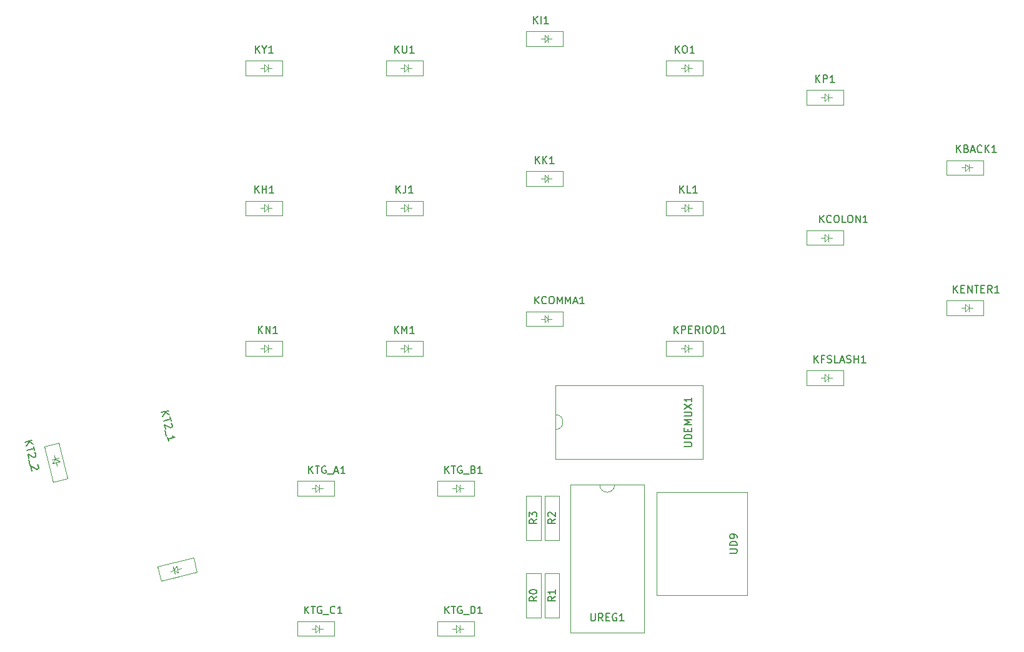
<source format=gbr>
%TF.GenerationSoftware,KiCad,Pcbnew,(5.1.10)-1*%
%TF.CreationDate,2021-06-29T07:08:46-05:00*%
%TF.ProjectId,Mini,4d696e69-2e6b-4696-9361-645f70636258,rev?*%
%TF.SameCoordinates,Original*%
%TF.FileFunction,Legend,Top*%
%TF.FilePolarity,Positive*%
%FSLAX46Y46*%
G04 Gerber Fmt 4.6, Leading zero omitted, Abs format (unit mm)*
G04 Created by KiCad (PCBNEW (5.1.10)-1) date 2021-06-29 07:08:46*
%MOMM*%
%LPD*%
G01*
G04 APERTURE LIST*
%ADD10C,0.120000*%
%ADD11C,0.150000*%
G04 APERTURE END LIST*
D10*
%TO.C,KT2_2*%
X72821141Y-74966998D02*
X72940408Y-75452565D01*
X72701874Y-74481431D02*
X72582607Y-73995864D01*
X73306708Y-74847731D02*
X72701874Y-74481431D01*
X72335574Y-75086265D02*
X73306708Y-74847731D01*
X72701874Y-74481431D02*
X72335574Y-75086265D01*
X73187441Y-74362164D02*
X72701874Y-74481431D01*
X72216307Y-74600698D02*
X73187441Y-74362164D01*
X71253673Y-72777696D02*
X72446340Y-77633367D01*
X72446340Y-77633367D02*
X74388609Y-77156300D01*
X74388609Y-77156300D02*
X73195941Y-72300629D01*
X73195941Y-72300629D02*
X71253673Y-72777696D01*
%TO.C,KT2_1*%
X89253970Y-89465883D02*
X89739537Y-89346616D01*
X88282836Y-89704416D02*
X88768403Y-89585149D01*
X89134703Y-88980315D02*
X88768403Y-89585149D01*
X89373237Y-89951450D02*
X89134703Y-88980315D01*
X88768403Y-89585149D02*
X89373237Y-89951450D01*
X88649136Y-89099582D02*
X88768403Y-89585149D01*
X88887670Y-90070716D02*
X88649136Y-89099582D01*
X89492504Y-90437017D02*
X88521369Y-90675550D01*
X91920339Y-89840683D02*
X87064668Y-91033350D01*
X91443272Y-87898415D02*
X91920339Y-89840683D01*
X86587601Y-89091082D02*
X91443272Y-87898415D01*
X87064668Y-91033350D02*
X86587601Y-89091082D01*
%TO.C,KBACK1*%
X196000000Y-35000000D02*
X195500000Y-35000000D01*
X196500000Y-35000000D02*
X197000000Y-35000000D01*
X196000000Y-35500000D02*
X196500000Y-35000000D01*
X196000000Y-34500000D02*
X196000000Y-35500000D01*
X196500000Y-35000000D02*
X196000000Y-34500000D01*
X196500000Y-35500000D02*
X196500000Y-35000000D01*
X196500000Y-34500000D02*
X196500000Y-35500000D01*
X193500000Y-34000000D02*
X193500000Y-36000000D01*
X193500000Y-36000000D02*
X198500000Y-36000000D01*
X198500000Y-36000000D02*
X198500000Y-34000000D01*
X198500000Y-34000000D02*
X193500000Y-34000000D01*
%TO.C,KCOMMA1*%
X139000000Y-55500000D02*
X138500000Y-55500000D01*
X139500000Y-55500000D02*
X140000000Y-55500000D01*
X139000000Y-56000000D02*
X139500000Y-55500000D01*
X139000000Y-55000000D02*
X139000000Y-56000000D01*
X139500000Y-55500000D02*
X139000000Y-55000000D01*
X139500000Y-56000000D02*
X139500000Y-55500000D01*
X139500000Y-55000000D02*
X139500000Y-56000000D01*
X136500000Y-54500000D02*
X136500000Y-56500000D01*
X136500000Y-56500000D02*
X141500000Y-56500000D01*
X141500000Y-56500000D02*
X141500000Y-54500000D01*
X141500000Y-54500000D02*
X136500000Y-54500000D01*
%TO.C,KENTER1*%
X196000000Y-54000000D02*
X195500000Y-54000000D01*
X196500000Y-54000000D02*
X197000000Y-54000000D01*
X196000000Y-54500000D02*
X196500000Y-54000000D01*
X196000000Y-53500000D02*
X196000000Y-54500000D01*
X196500000Y-54000000D02*
X196000000Y-53500000D01*
X196500000Y-54500000D02*
X196500000Y-54000000D01*
X196500000Y-53500000D02*
X196500000Y-54500000D01*
X193500000Y-53000000D02*
X193500000Y-55000000D01*
X193500000Y-55000000D02*
X198500000Y-55000000D01*
X198500000Y-55000000D02*
X198500000Y-53000000D01*
X198500000Y-53000000D02*
X193500000Y-53000000D01*
%TO.C,KFSLASH1*%
X177000000Y-63500000D02*
X176500000Y-63500000D01*
X177500000Y-63500000D02*
X178000000Y-63500000D01*
X177000000Y-64000000D02*
X177500000Y-63500000D01*
X177000000Y-63000000D02*
X177000000Y-64000000D01*
X177500000Y-63500000D02*
X177000000Y-63000000D01*
X177500000Y-64000000D02*
X177500000Y-63500000D01*
X177500000Y-63000000D02*
X177500000Y-64000000D01*
X174500000Y-62500000D02*
X174500000Y-64500000D01*
X174500000Y-64500000D02*
X179500000Y-64500000D01*
X179500000Y-64500000D02*
X179500000Y-62500000D01*
X179500000Y-62500000D02*
X174500000Y-62500000D01*
%TO.C,KH1*%
X101000000Y-40500000D02*
X100500000Y-40500000D01*
X101500000Y-40500000D02*
X102000000Y-40500000D01*
X101000000Y-41000000D02*
X101500000Y-40500000D01*
X101000000Y-40000000D02*
X101000000Y-41000000D01*
X101500000Y-40500000D02*
X101000000Y-40000000D01*
X101500000Y-41000000D02*
X101500000Y-40500000D01*
X101500000Y-40000000D02*
X101500000Y-41000000D01*
X98500000Y-39500000D02*
X98500000Y-41500000D01*
X98500000Y-41500000D02*
X103500000Y-41500000D01*
X103500000Y-41500000D02*
X103500000Y-39500000D01*
X103500000Y-39500000D02*
X98500000Y-39500000D01*
%TO.C,KI1*%
X139000000Y-17500000D02*
X138500000Y-17500000D01*
X139500000Y-17500000D02*
X140000000Y-17500000D01*
X139000000Y-18000000D02*
X139500000Y-17500000D01*
X139000000Y-17000000D02*
X139000000Y-18000000D01*
X139500000Y-17500000D02*
X139000000Y-17000000D01*
X139500000Y-18000000D02*
X139500000Y-17500000D01*
X139500000Y-17000000D02*
X139500000Y-18000000D01*
X136500000Y-16500000D02*
X136500000Y-18500000D01*
X136500000Y-18500000D02*
X141500000Y-18500000D01*
X141500000Y-18500000D02*
X141500000Y-16500000D01*
X141500000Y-16500000D02*
X136500000Y-16500000D01*
%TO.C,KJ1*%
X120000000Y-40500000D02*
X119500000Y-40500000D01*
X120500000Y-40500000D02*
X121000000Y-40500000D01*
X120000000Y-41000000D02*
X120500000Y-40500000D01*
X120000000Y-40000000D02*
X120000000Y-41000000D01*
X120500000Y-40500000D02*
X120000000Y-40000000D01*
X120500000Y-41000000D02*
X120500000Y-40500000D01*
X120500000Y-40000000D02*
X120500000Y-41000000D01*
X117500000Y-39500000D02*
X117500000Y-41500000D01*
X117500000Y-41500000D02*
X122500000Y-41500000D01*
X122500000Y-41500000D02*
X122500000Y-39500000D01*
X122500000Y-39500000D02*
X117500000Y-39500000D01*
%TO.C,KK1*%
X139000000Y-36500000D02*
X138500000Y-36500000D01*
X139500000Y-36500000D02*
X140000000Y-36500000D01*
X139000000Y-37000000D02*
X139500000Y-36500000D01*
X139000000Y-36000000D02*
X139000000Y-37000000D01*
X139500000Y-36500000D02*
X139000000Y-36000000D01*
X139500000Y-37000000D02*
X139500000Y-36500000D01*
X139500000Y-36000000D02*
X139500000Y-37000000D01*
X136500000Y-35500000D02*
X136500000Y-37500000D01*
X136500000Y-37500000D02*
X141500000Y-37500000D01*
X141500000Y-37500000D02*
X141500000Y-35500000D01*
X141500000Y-35500000D02*
X136500000Y-35500000D01*
%TO.C,KL1*%
X158000000Y-40500000D02*
X157500000Y-40500000D01*
X158500000Y-40500000D02*
X159000000Y-40500000D01*
X158000000Y-41000000D02*
X158500000Y-40500000D01*
X158000000Y-40000000D02*
X158000000Y-41000000D01*
X158500000Y-40500000D02*
X158000000Y-40000000D01*
X158500000Y-41000000D02*
X158500000Y-40500000D01*
X158500000Y-40000000D02*
X158500000Y-41000000D01*
X155500000Y-39500000D02*
X155500000Y-41500000D01*
X155500000Y-41500000D02*
X160500000Y-41500000D01*
X160500000Y-41500000D02*
X160500000Y-39500000D01*
X160500000Y-39500000D02*
X155500000Y-39500000D01*
%TO.C,KM1*%
X120000000Y-59500000D02*
X119500000Y-59500000D01*
X120500000Y-59500000D02*
X121000000Y-59500000D01*
X120000000Y-60000000D02*
X120500000Y-59500000D01*
X120000000Y-59000000D02*
X120000000Y-60000000D01*
X120500000Y-59500000D02*
X120000000Y-59000000D01*
X120500000Y-60000000D02*
X120500000Y-59500000D01*
X120500000Y-59000000D02*
X120500000Y-60000000D01*
X117500000Y-58500000D02*
X117500000Y-60500000D01*
X117500000Y-60500000D02*
X122500000Y-60500000D01*
X122500000Y-60500000D02*
X122500000Y-58500000D01*
X122500000Y-58500000D02*
X117500000Y-58500000D01*
%TO.C,KN1*%
X101000000Y-59500000D02*
X100500000Y-59500000D01*
X101500000Y-59500000D02*
X102000000Y-59500000D01*
X101000000Y-60000000D02*
X101500000Y-59500000D01*
X101000000Y-59000000D02*
X101000000Y-60000000D01*
X101500000Y-59500000D02*
X101000000Y-59000000D01*
X101500000Y-60000000D02*
X101500000Y-59500000D01*
X101500000Y-59000000D02*
X101500000Y-60000000D01*
X98500000Y-58500000D02*
X98500000Y-60500000D01*
X98500000Y-60500000D02*
X103500000Y-60500000D01*
X103500000Y-60500000D02*
X103500000Y-58500000D01*
X103500000Y-58500000D02*
X98500000Y-58500000D01*
%TO.C,KO1*%
X158000000Y-21500000D02*
X157500000Y-21500000D01*
X158500000Y-21500000D02*
X159000000Y-21500000D01*
X158000000Y-22000000D02*
X158500000Y-21500000D01*
X158000000Y-21000000D02*
X158000000Y-22000000D01*
X158500000Y-21500000D02*
X158000000Y-21000000D01*
X158500000Y-22000000D02*
X158500000Y-21500000D01*
X158500000Y-21000000D02*
X158500000Y-22000000D01*
X155500000Y-20500000D02*
X155500000Y-22500000D01*
X155500000Y-22500000D02*
X160500000Y-22500000D01*
X160500000Y-22500000D02*
X160500000Y-20500000D01*
X160500000Y-20500000D02*
X155500000Y-20500000D01*
%TO.C,KP1*%
X177000000Y-25500000D02*
X176500000Y-25500000D01*
X177500000Y-25500000D02*
X178000000Y-25500000D01*
X177000000Y-26000000D02*
X177500000Y-25500000D01*
X177000000Y-25000000D02*
X177000000Y-26000000D01*
X177500000Y-25500000D02*
X177000000Y-25000000D01*
X177500000Y-26000000D02*
X177500000Y-25500000D01*
X177500000Y-25000000D02*
X177500000Y-26000000D01*
X174500000Y-24500000D02*
X174500000Y-26500000D01*
X174500000Y-26500000D02*
X179500000Y-26500000D01*
X179500000Y-26500000D02*
X179500000Y-24500000D01*
X179500000Y-24500000D02*
X174500000Y-24500000D01*
%TO.C,KPERIOD1*%
X158000000Y-59500000D02*
X157500000Y-59500000D01*
X158500000Y-59500000D02*
X159000000Y-59500000D01*
X158000000Y-60000000D02*
X158500000Y-59500000D01*
X158000000Y-59000000D02*
X158000000Y-60000000D01*
X158500000Y-59500000D02*
X158000000Y-59000000D01*
X158500000Y-60000000D02*
X158500000Y-59500000D01*
X158500000Y-59000000D02*
X158500000Y-60000000D01*
X155500000Y-58500000D02*
X155500000Y-60500000D01*
X155500000Y-60500000D02*
X160500000Y-60500000D01*
X160500000Y-60500000D02*
X160500000Y-58500000D01*
X160500000Y-58500000D02*
X155500000Y-58500000D01*
%TO.C,KCOLON1*%
X177000000Y-44500000D02*
X176500000Y-44500000D01*
X177500000Y-44500000D02*
X178000000Y-44500000D01*
X177000000Y-45000000D02*
X177500000Y-44500000D01*
X177000000Y-44000000D02*
X177000000Y-45000000D01*
X177500000Y-44500000D02*
X177000000Y-44000000D01*
X177500000Y-45000000D02*
X177500000Y-44500000D01*
X177500000Y-44000000D02*
X177500000Y-45000000D01*
X174500000Y-43500000D02*
X174500000Y-45500000D01*
X174500000Y-45500000D02*
X179500000Y-45500000D01*
X179500000Y-45500000D02*
X179500000Y-43500000D01*
X179500000Y-43500000D02*
X174500000Y-43500000D01*
%TO.C,KTG_A1*%
X108000000Y-78500000D02*
X107500000Y-78500000D01*
X108500000Y-78500000D02*
X109000000Y-78500000D01*
X108000000Y-79000000D02*
X108500000Y-78500000D01*
X108000000Y-78000000D02*
X108000000Y-79000000D01*
X108500000Y-78500000D02*
X108000000Y-78000000D01*
X108500000Y-79000000D02*
X108500000Y-78500000D01*
X108500000Y-78000000D02*
X108500000Y-79000000D01*
X105500000Y-77500000D02*
X105500000Y-79500000D01*
X105500000Y-79500000D02*
X110500000Y-79500000D01*
X110500000Y-79500000D02*
X110500000Y-77500000D01*
X110500000Y-77500000D02*
X105500000Y-77500000D01*
%TO.C,KTG_B1*%
X127000000Y-78500000D02*
X126500000Y-78500000D01*
X127500000Y-78500000D02*
X128000000Y-78500000D01*
X127000000Y-79000000D02*
X127500000Y-78500000D01*
X127000000Y-78000000D02*
X127000000Y-79000000D01*
X127500000Y-78500000D02*
X127000000Y-78000000D01*
X127500000Y-79000000D02*
X127500000Y-78500000D01*
X127500000Y-78000000D02*
X127500000Y-79000000D01*
X124500000Y-77500000D02*
X124500000Y-79500000D01*
X124500000Y-79500000D02*
X129500000Y-79500000D01*
X129500000Y-79500000D02*
X129500000Y-77500000D01*
X129500000Y-77500000D02*
X124500000Y-77500000D01*
%TO.C,KTG_C1*%
X108000000Y-97500000D02*
X107500000Y-97500000D01*
X108500000Y-97500000D02*
X109000000Y-97500000D01*
X108000000Y-98000000D02*
X108500000Y-97500000D01*
X108000000Y-97000000D02*
X108000000Y-98000000D01*
X108500000Y-97500000D02*
X108000000Y-97000000D01*
X108500000Y-98000000D02*
X108500000Y-97500000D01*
X108500000Y-97000000D02*
X108500000Y-98000000D01*
X105500000Y-96500000D02*
X105500000Y-98500000D01*
X105500000Y-98500000D02*
X110500000Y-98500000D01*
X110500000Y-98500000D02*
X110500000Y-96500000D01*
X110500000Y-96500000D02*
X105500000Y-96500000D01*
%TO.C,KTG_D1*%
X127000000Y-97500000D02*
X126500000Y-97500000D01*
X127500000Y-97500000D02*
X128000000Y-97500000D01*
X127000000Y-98000000D02*
X127500000Y-97500000D01*
X127000000Y-97000000D02*
X127000000Y-98000000D01*
X127500000Y-97500000D02*
X127000000Y-97000000D01*
X127500000Y-98000000D02*
X127500000Y-97500000D01*
X127500000Y-97000000D02*
X127500000Y-98000000D01*
X124500000Y-96500000D02*
X124500000Y-98500000D01*
X124500000Y-98500000D02*
X129500000Y-98500000D01*
X129500000Y-98500000D02*
X129500000Y-96500000D01*
X129500000Y-96500000D02*
X124500000Y-96500000D01*
%TO.C,KU1*%
X120000000Y-21500000D02*
X119500000Y-21500000D01*
X120500000Y-21500000D02*
X121000000Y-21500000D01*
X120000000Y-22000000D02*
X120500000Y-21500000D01*
X120000000Y-21000000D02*
X120000000Y-22000000D01*
X120500000Y-21500000D02*
X120000000Y-21000000D01*
X120500000Y-22000000D02*
X120500000Y-21500000D01*
X120500000Y-21000000D02*
X120500000Y-22000000D01*
X117500000Y-20500000D02*
X117500000Y-22500000D01*
X117500000Y-22500000D02*
X122500000Y-22500000D01*
X122500000Y-22500000D02*
X122500000Y-20500000D01*
X122500000Y-20500000D02*
X117500000Y-20500000D01*
%TO.C,KY1*%
X101000000Y-21500000D02*
X100500000Y-21500000D01*
X101500000Y-21500000D02*
X102000000Y-21500000D01*
X101000000Y-22000000D02*
X101500000Y-21500000D01*
X101000000Y-21000000D02*
X101000000Y-22000000D01*
X101500000Y-21500000D02*
X101000000Y-21000000D01*
X101500000Y-22000000D02*
X101500000Y-21500000D01*
X101500000Y-21000000D02*
X101500000Y-22000000D01*
X98500000Y-20500000D02*
X98500000Y-22500000D01*
X98500000Y-22500000D02*
X103500000Y-22500000D01*
X103500000Y-22500000D02*
X103500000Y-20500000D01*
X103500000Y-20500000D02*
X98500000Y-20500000D01*
%TO.C,R0*%
X138500000Y-96000000D02*
X138500000Y-90000000D01*
X136500000Y-96000000D02*
X138500000Y-96000000D01*
X136500000Y-90000000D02*
X136500000Y-96000000D01*
X138500000Y-90000000D02*
X136500000Y-90000000D01*
%TO.C,R1*%
X139000000Y-90000000D02*
X139000000Y-96000000D01*
X141000000Y-90000000D02*
X139000000Y-90000000D01*
X141000000Y-96000000D02*
X141000000Y-90000000D01*
X139000000Y-96000000D02*
X141000000Y-96000000D01*
%TO.C,R2*%
X141000000Y-85500000D02*
X141000000Y-79500000D01*
X139000000Y-85500000D02*
X141000000Y-85500000D01*
X139000000Y-79500000D02*
X139000000Y-85500000D01*
X141000000Y-79500000D02*
X139000000Y-79500000D01*
%TO.C,R3*%
X138500000Y-85500000D02*
X138500000Y-79500000D01*
X136500000Y-85500000D02*
X138500000Y-85500000D01*
X136500000Y-79500000D02*
X136500000Y-85500000D01*
X138500000Y-79500000D02*
X136500000Y-79500000D01*
%TO.C,UD9*%
X166500000Y-93000000D02*
X154200000Y-93000000D01*
X154200000Y-93000000D02*
X154200000Y-79000000D01*
X166500000Y-79000000D02*
X154200000Y-79000000D01*
X166500000Y-93000000D02*
X166500000Y-79000000D01*
%TO.C,UDEMUX1*%
X160500000Y-74500000D02*
X140500000Y-74500000D01*
X160500000Y-64500000D02*
X160500000Y-74500000D01*
X140500000Y-64500000D02*
X160500000Y-64500000D01*
X140500000Y-74500000D02*
X140500000Y-64500000D01*
X140500000Y-68500000D02*
G75*
G02*
X140500000Y-70500000I0J-1000000D01*
G01*
%TO.C,UREG1*%
X142500000Y-98000000D02*
X142500000Y-78000000D01*
X152500000Y-98000000D02*
X142500000Y-98000000D01*
X152500000Y-78000000D02*
X152500000Y-98000000D01*
X142500000Y-78000000D02*
X152500000Y-78000000D01*
X148500000Y-78000000D02*
G75*
G02*
X146500000Y-78000000I-1000000J0D01*
G01*
%TO.C,KT2_2*%
D11*
X68589289Y-72188761D02*
X69560424Y-71950228D01*
X68725594Y-72743695D02*
X69178299Y-72191190D01*
X69696728Y-72505162D02*
X69005490Y-72086533D01*
X69764881Y-72782629D02*
X69901186Y-73337562D01*
X68861899Y-73298629D02*
X69833033Y-73060095D01*
X69876849Y-73637747D02*
X69934452Y-73672633D01*
X70003414Y-73753763D01*
X70060208Y-73984985D01*
X70036681Y-74088833D01*
X70001795Y-74146436D01*
X69920665Y-74215398D01*
X69828176Y-74238116D01*
X69678084Y-74225947D01*
X68986845Y-73807318D01*
X69134509Y-74408497D01*
X69087455Y-74616192D02*
X69269194Y-75356104D01*
X70285764Y-75302548D02*
X70343367Y-75337434D01*
X70412329Y-75418564D01*
X70469122Y-75649787D01*
X70445595Y-75753635D01*
X70410710Y-75811238D01*
X70329579Y-75880200D01*
X70237090Y-75902917D01*
X70086998Y-75890749D01*
X69395760Y-75472120D01*
X69543423Y-76073298D01*
%TO.C,KT2_1*%
X87089289Y-68188761D02*
X88060424Y-67950228D01*
X87225594Y-68743695D02*
X87678299Y-68191190D01*
X88196728Y-68505162D02*
X87505490Y-68086533D01*
X88264881Y-68782629D02*
X88401186Y-69337562D01*
X87361899Y-69298629D02*
X88333033Y-69060095D01*
X88376849Y-69637747D02*
X88434452Y-69672633D01*
X88503414Y-69753763D01*
X88560208Y-69984985D01*
X88536681Y-70088833D01*
X88501795Y-70146436D01*
X88420665Y-70215398D01*
X88328176Y-70238116D01*
X88178084Y-70225947D01*
X87486845Y-69807318D01*
X87634509Y-70408497D01*
X87587455Y-70616192D02*
X87769194Y-71356104D01*
X88043423Y-72073298D02*
X87907118Y-71518364D01*
X87975271Y-71795831D02*
X88946405Y-71557298D01*
X88784954Y-71498885D01*
X88669748Y-71429114D01*
X88600786Y-71347983D01*
%TO.C,KBACK1*%
X194833333Y-32952380D02*
X194833333Y-31952380D01*
X195404761Y-32952380D02*
X194976190Y-32380952D01*
X195404761Y-31952380D02*
X194833333Y-32523809D01*
X196166666Y-32428571D02*
X196309523Y-32476190D01*
X196357142Y-32523809D01*
X196404761Y-32619047D01*
X196404761Y-32761904D01*
X196357142Y-32857142D01*
X196309523Y-32904761D01*
X196214285Y-32952380D01*
X195833333Y-32952380D01*
X195833333Y-31952380D01*
X196166666Y-31952380D01*
X196261904Y-32000000D01*
X196309523Y-32047619D01*
X196357142Y-32142857D01*
X196357142Y-32238095D01*
X196309523Y-32333333D01*
X196261904Y-32380952D01*
X196166666Y-32428571D01*
X195833333Y-32428571D01*
X196785714Y-32666666D02*
X197261904Y-32666666D01*
X196690476Y-32952380D02*
X197023809Y-31952380D01*
X197357142Y-32952380D01*
X198261904Y-32857142D02*
X198214285Y-32904761D01*
X198071428Y-32952380D01*
X197976190Y-32952380D01*
X197833333Y-32904761D01*
X197738095Y-32809523D01*
X197690476Y-32714285D01*
X197642857Y-32523809D01*
X197642857Y-32380952D01*
X197690476Y-32190476D01*
X197738095Y-32095238D01*
X197833333Y-32000000D01*
X197976190Y-31952380D01*
X198071428Y-31952380D01*
X198214285Y-32000000D01*
X198261904Y-32047619D01*
X198690476Y-32952380D02*
X198690476Y-31952380D01*
X199261904Y-32952380D02*
X198833333Y-32380952D01*
X199261904Y-31952380D02*
X198690476Y-32523809D01*
X200214285Y-32952380D02*
X199642857Y-32952380D01*
X199928571Y-32952380D02*
X199928571Y-31952380D01*
X199833333Y-32095238D01*
X199738095Y-32190476D01*
X199642857Y-32238095D01*
%TO.C,KCOMMA1*%
X137666666Y-53452380D02*
X137666666Y-52452380D01*
X138238095Y-53452380D02*
X137809523Y-52880952D01*
X138238095Y-52452380D02*
X137666666Y-53023809D01*
X139238095Y-53357142D02*
X139190476Y-53404761D01*
X139047619Y-53452380D01*
X138952380Y-53452380D01*
X138809523Y-53404761D01*
X138714285Y-53309523D01*
X138666666Y-53214285D01*
X138619047Y-53023809D01*
X138619047Y-52880952D01*
X138666666Y-52690476D01*
X138714285Y-52595238D01*
X138809523Y-52500000D01*
X138952380Y-52452380D01*
X139047619Y-52452380D01*
X139190476Y-52500000D01*
X139238095Y-52547619D01*
X139857142Y-52452380D02*
X140047619Y-52452380D01*
X140142857Y-52500000D01*
X140238095Y-52595238D01*
X140285714Y-52785714D01*
X140285714Y-53119047D01*
X140238095Y-53309523D01*
X140142857Y-53404761D01*
X140047619Y-53452380D01*
X139857142Y-53452380D01*
X139761904Y-53404761D01*
X139666666Y-53309523D01*
X139619047Y-53119047D01*
X139619047Y-52785714D01*
X139666666Y-52595238D01*
X139761904Y-52500000D01*
X139857142Y-52452380D01*
X140714285Y-53452380D02*
X140714285Y-52452380D01*
X141047619Y-53166666D01*
X141380952Y-52452380D01*
X141380952Y-53452380D01*
X141857142Y-53452380D02*
X141857142Y-52452380D01*
X142190476Y-53166666D01*
X142523809Y-52452380D01*
X142523809Y-53452380D01*
X142952380Y-53166666D02*
X143428571Y-53166666D01*
X142857142Y-53452380D02*
X143190476Y-52452380D01*
X143523809Y-53452380D01*
X144380952Y-53452380D02*
X143809523Y-53452380D01*
X144095238Y-53452380D02*
X144095238Y-52452380D01*
X144000000Y-52595238D01*
X143904761Y-52690476D01*
X143809523Y-52738095D01*
%TO.C,KENTER1*%
X194452380Y-51952380D02*
X194452380Y-50952380D01*
X195023809Y-51952380D02*
X194595238Y-51380952D01*
X195023809Y-50952380D02*
X194452380Y-51523809D01*
X195452380Y-51428571D02*
X195785714Y-51428571D01*
X195928571Y-51952380D02*
X195452380Y-51952380D01*
X195452380Y-50952380D01*
X195928571Y-50952380D01*
X196357142Y-51952380D02*
X196357142Y-50952380D01*
X196928571Y-51952380D01*
X196928571Y-50952380D01*
X197261904Y-50952380D02*
X197833333Y-50952380D01*
X197547619Y-51952380D02*
X197547619Y-50952380D01*
X198166666Y-51428571D02*
X198500000Y-51428571D01*
X198642857Y-51952380D02*
X198166666Y-51952380D01*
X198166666Y-50952380D01*
X198642857Y-50952380D01*
X199642857Y-51952380D02*
X199309523Y-51476190D01*
X199071428Y-51952380D02*
X199071428Y-50952380D01*
X199452380Y-50952380D01*
X199547619Y-51000000D01*
X199595238Y-51047619D01*
X199642857Y-51142857D01*
X199642857Y-51285714D01*
X199595238Y-51380952D01*
X199547619Y-51428571D01*
X199452380Y-51476190D01*
X199071428Y-51476190D01*
X200595238Y-51952380D02*
X200023809Y-51952380D01*
X200309523Y-51952380D02*
X200309523Y-50952380D01*
X200214285Y-51095238D01*
X200119047Y-51190476D01*
X200023809Y-51238095D01*
%TO.C,KFSLASH1*%
X175523809Y-61452380D02*
X175523809Y-60452380D01*
X176095238Y-61452380D02*
X175666666Y-60880952D01*
X176095238Y-60452380D02*
X175523809Y-61023809D01*
X176857142Y-60928571D02*
X176523809Y-60928571D01*
X176523809Y-61452380D02*
X176523809Y-60452380D01*
X177000000Y-60452380D01*
X177333333Y-61404761D02*
X177476190Y-61452380D01*
X177714285Y-61452380D01*
X177809523Y-61404761D01*
X177857142Y-61357142D01*
X177904761Y-61261904D01*
X177904761Y-61166666D01*
X177857142Y-61071428D01*
X177809523Y-61023809D01*
X177714285Y-60976190D01*
X177523809Y-60928571D01*
X177428571Y-60880952D01*
X177380952Y-60833333D01*
X177333333Y-60738095D01*
X177333333Y-60642857D01*
X177380952Y-60547619D01*
X177428571Y-60500000D01*
X177523809Y-60452380D01*
X177761904Y-60452380D01*
X177904761Y-60500000D01*
X178809523Y-61452380D02*
X178333333Y-61452380D01*
X178333333Y-60452380D01*
X179095238Y-61166666D02*
X179571428Y-61166666D01*
X179000000Y-61452380D02*
X179333333Y-60452380D01*
X179666666Y-61452380D01*
X179952380Y-61404761D02*
X180095238Y-61452380D01*
X180333333Y-61452380D01*
X180428571Y-61404761D01*
X180476190Y-61357142D01*
X180523809Y-61261904D01*
X180523809Y-61166666D01*
X180476190Y-61071428D01*
X180428571Y-61023809D01*
X180333333Y-60976190D01*
X180142857Y-60928571D01*
X180047619Y-60880952D01*
X180000000Y-60833333D01*
X179952380Y-60738095D01*
X179952380Y-60642857D01*
X180000000Y-60547619D01*
X180047619Y-60500000D01*
X180142857Y-60452380D01*
X180380952Y-60452380D01*
X180523809Y-60500000D01*
X180952380Y-61452380D02*
X180952380Y-60452380D01*
X180952380Y-60928571D02*
X181523809Y-60928571D01*
X181523809Y-61452380D02*
X181523809Y-60452380D01*
X182523809Y-61452380D02*
X181952380Y-61452380D01*
X182238095Y-61452380D02*
X182238095Y-60452380D01*
X182142857Y-60595238D01*
X182047619Y-60690476D01*
X181952380Y-60738095D01*
%TO.C,KH1*%
X99738095Y-38452380D02*
X99738095Y-37452380D01*
X100309523Y-38452380D02*
X99880952Y-37880952D01*
X100309523Y-37452380D02*
X99738095Y-38023809D01*
X100738095Y-38452380D02*
X100738095Y-37452380D01*
X100738095Y-37928571D02*
X101309523Y-37928571D01*
X101309523Y-38452380D02*
X101309523Y-37452380D01*
X102309523Y-38452380D02*
X101738095Y-38452380D01*
X102023809Y-38452380D02*
X102023809Y-37452380D01*
X101928571Y-37595238D01*
X101833333Y-37690476D01*
X101738095Y-37738095D01*
%TO.C,KI1*%
X137523809Y-15452380D02*
X137523809Y-14452380D01*
X138095238Y-15452380D02*
X137666666Y-14880952D01*
X138095238Y-14452380D02*
X137523809Y-15023809D01*
X138523809Y-15452380D02*
X138523809Y-14452380D01*
X139523809Y-15452380D02*
X138952380Y-15452380D01*
X139238095Y-15452380D02*
X139238095Y-14452380D01*
X139142857Y-14595238D01*
X139047619Y-14690476D01*
X138952380Y-14738095D01*
%TO.C,KJ1*%
X118880952Y-38452380D02*
X118880952Y-37452380D01*
X119452380Y-38452380D02*
X119023809Y-37880952D01*
X119452380Y-37452380D02*
X118880952Y-38023809D01*
X120166666Y-37452380D02*
X120166666Y-38166666D01*
X120119047Y-38309523D01*
X120023809Y-38404761D01*
X119880952Y-38452380D01*
X119785714Y-38452380D01*
X121166666Y-38452380D02*
X120595238Y-38452380D01*
X120880952Y-38452380D02*
X120880952Y-37452380D01*
X120785714Y-37595238D01*
X120690476Y-37690476D01*
X120595238Y-37738095D01*
%TO.C,KK1*%
X137761904Y-34452380D02*
X137761904Y-33452380D01*
X138333333Y-34452380D02*
X137904761Y-33880952D01*
X138333333Y-33452380D02*
X137761904Y-34023809D01*
X138761904Y-34452380D02*
X138761904Y-33452380D01*
X139333333Y-34452380D02*
X138904761Y-33880952D01*
X139333333Y-33452380D02*
X138761904Y-34023809D01*
X140285714Y-34452380D02*
X139714285Y-34452380D01*
X140000000Y-34452380D02*
X140000000Y-33452380D01*
X139904761Y-33595238D01*
X139809523Y-33690476D01*
X139714285Y-33738095D01*
%TO.C,KL1*%
X157357142Y-38452380D02*
X157357142Y-37452380D01*
X157928571Y-38452380D02*
X157500000Y-37880952D01*
X157928571Y-37452380D02*
X157357142Y-38023809D01*
X158833333Y-38452380D02*
X158357142Y-38452380D01*
X158357142Y-37452380D01*
X159690476Y-38452380D02*
X159119047Y-38452380D01*
X159404761Y-38452380D02*
X159404761Y-37452380D01*
X159309523Y-37595238D01*
X159214285Y-37690476D01*
X159119047Y-37738095D01*
%TO.C,KM1*%
X118690476Y-57452380D02*
X118690476Y-56452380D01*
X119261904Y-57452380D02*
X118833333Y-56880952D01*
X119261904Y-56452380D02*
X118690476Y-57023809D01*
X119690476Y-57452380D02*
X119690476Y-56452380D01*
X120023809Y-57166666D01*
X120357142Y-56452380D01*
X120357142Y-57452380D01*
X121357142Y-57452380D02*
X120785714Y-57452380D01*
X121071428Y-57452380D02*
X121071428Y-56452380D01*
X120976190Y-56595238D01*
X120880952Y-56690476D01*
X120785714Y-56738095D01*
%TO.C,KN1*%
X100238095Y-57452380D02*
X100238095Y-56452380D01*
X100809523Y-57452380D02*
X100380952Y-56880952D01*
X100809523Y-56452380D02*
X100238095Y-57023809D01*
X101238095Y-57452380D02*
X101238095Y-56452380D01*
X101809523Y-57452380D01*
X101809523Y-56452380D01*
X102809523Y-57452380D02*
X102238095Y-57452380D01*
X102523809Y-57452380D02*
X102523809Y-56452380D01*
X102428571Y-56595238D01*
X102333333Y-56690476D01*
X102238095Y-56738095D01*
%TO.C,KO1*%
X156738095Y-19452380D02*
X156738095Y-18452380D01*
X157309523Y-19452380D02*
X156880952Y-18880952D01*
X157309523Y-18452380D02*
X156738095Y-19023809D01*
X157928571Y-18452380D02*
X158119047Y-18452380D01*
X158214285Y-18500000D01*
X158309523Y-18595238D01*
X158357142Y-18785714D01*
X158357142Y-19119047D01*
X158309523Y-19309523D01*
X158214285Y-19404761D01*
X158119047Y-19452380D01*
X157928571Y-19452380D01*
X157833333Y-19404761D01*
X157738095Y-19309523D01*
X157690476Y-19119047D01*
X157690476Y-18785714D01*
X157738095Y-18595238D01*
X157833333Y-18500000D01*
X157928571Y-18452380D01*
X159309523Y-19452380D02*
X158738095Y-19452380D01*
X159023809Y-19452380D02*
X159023809Y-18452380D01*
X158928571Y-18595238D01*
X158833333Y-18690476D01*
X158738095Y-18738095D01*
%TO.C,KP1*%
X175761904Y-23452380D02*
X175761904Y-22452380D01*
X176333333Y-23452380D02*
X175904761Y-22880952D01*
X176333333Y-22452380D02*
X175761904Y-23023809D01*
X176761904Y-23452380D02*
X176761904Y-22452380D01*
X177142857Y-22452380D01*
X177238095Y-22500000D01*
X177285714Y-22547619D01*
X177333333Y-22642857D01*
X177333333Y-22785714D01*
X177285714Y-22880952D01*
X177238095Y-22928571D01*
X177142857Y-22976190D01*
X176761904Y-22976190D01*
X178285714Y-23452380D02*
X177714285Y-23452380D01*
X178000000Y-23452380D02*
X178000000Y-22452380D01*
X177904761Y-22595238D01*
X177809523Y-22690476D01*
X177714285Y-22738095D01*
%TO.C,KPERIOD1*%
X156547619Y-57452380D02*
X156547619Y-56452380D01*
X157119047Y-57452380D02*
X156690476Y-56880952D01*
X157119047Y-56452380D02*
X156547619Y-57023809D01*
X157547619Y-57452380D02*
X157547619Y-56452380D01*
X157928571Y-56452380D01*
X158023809Y-56500000D01*
X158071428Y-56547619D01*
X158119047Y-56642857D01*
X158119047Y-56785714D01*
X158071428Y-56880952D01*
X158023809Y-56928571D01*
X157928571Y-56976190D01*
X157547619Y-56976190D01*
X158547619Y-56928571D02*
X158880952Y-56928571D01*
X159023809Y-57452380D02*
X158547619Y-57452380D01*
X158547619Y-56452380D01*
X159023809Y-56452380D01*
X160023809Y-57452380D02*
X159690476Y-56976190D01*
X159452380Y-57452380D02*
X159452380Y-56452380D01*
X159833333Y-56452380D01*
X159928571Y-56500000D01*
X159976190Y-56547619D01*
X160023809Y-56642857D01*
X160023809Y-56785714D01*
X159976190Y-56880952D01*
X159928571Y-56928571D01*
X159833333Y-56976190D01*
X159452380Y-56976190D01*
X160452380Y-57452380D02*
X160452380Y-56452380D01*
X161119047Y-56452380D02*
X161309523Y-56452380D01*
X161404761Y-56500000D01*
X161500000Y-56595238D01*
X161547619Y-56785714D01*
X161547619Y-57119047D01*
X161500000Y-57309523D01*
X161404761Y-57404761D01*
X161309523Y-57452380D01*
X161119047Y-57452380D01*
X161023809Y-57404761D01*
X160928571Y-57309523D01*
X160880952Y-57119047D01*
X160880952Y-56785714D01*
X160928571Y-56595238D01*
X161023809Y-56500000D01*
X161119047Y-56452380D01*
X161976190Y-57452380D02*
X161976190Y-56452380D01*
X162214285Y-56452380D01*
X162357142Y-56500000D01*
X162452380Y-56595238D01*
X162500000Y-56690476D01*
X162547619Y-56880952D01*
X162547619Y-57023809D01*
X162500000Y-57214285D01*
X162452380Y-57309523D01*
X162357142Y-57404761D01*
X162214285Y-57452380D01*
X161976190Y-57452380D01*
X163500000Y-57452380D02*
X162928571Y-57452380D01*
X163214285Y-57452380D02*
X163214285Y-56452380D01*
X163119047Y-56595238D01*
X163023809Y-56690476D01*
X162928571Y-56738095D01*
%TO.C,KCOLON1*%
X176285714Y-42452380D02*
X176285714Y-41452380D01*
X176857142Y-42452380D02*
X176428571Y-41880952D01*
X176857142Y-41452380D02*
X176285714Y-42023809D01*
X177857142Y-42357142D02*
X177809523Y-42404761D01*
X177666666Y-42452380D01*
X177571428Y-42452380D01*
X177428571Y-42404761D01*
X177333333Y-42309523D01*
X177285714Y-42214285D01*
X177238095Y-42023809D01*
X177238095Y-41880952D01*
X177285714Y-41690476D01*
X177333333Y-41595238D01*
X177428571Y-41500000D01*
X177571428Y-41452380D01*
X177666666Y-41452380D01*
X177809523Y-41500000D01*
X177857142Y-41547619D01*
X178476190Y-41452380D02*
X178666666Y-41452380D01*
X178761904Y-41500000D01*
X178857142Y-41595238D01*
X178904761Y-41785714D01*
X178904761Y-42119047D01*
X178857142Y-42309523D01*
X178761904Y-42404761D01*
X178666666Y-42452380D01*
X178476190Y-42452380D01*
X178380952Y-42404761D01*
X178285714Y-42309523D01*
X178238095Y-42119047D01*
X178238095Y-41785714D01*
X178285714Y-41595238D01*
X178380952Y-41500000D01*
X178476190Y-41452380D01*
X179809523Y-42452380D02*
X179333333Y-42452380D01*
X179333333Y-41452380D01*
X180333333Y-41452380D02*
X180523809Y-41452380D01*
X180619047Y-41500000D01*
X180714285Y-41595238D01*
X180761904Y-41785714D01*
X180761904Y-42119047D01*
X180714285Y-42309523D01*
X180619047Y-42404761D01*
X180523809Y-42452380D01*
X180333333Y-42452380D01*
X180238095Y-42404761D01*
X180142857Y-42309523D01*
X180095238Y-42119047D01*
X180095238Y-41785714D01*
X180142857Y-41595238D01*
X180238095Y-41500000D01*
X180333333Y-41452380D01*
X181190476Y-42452380D02*
X181190476Y-41452380D01*
X181761904Y-42452380D01*
X181761904Y-41452380D01*
X182761904Y-42452380D02*
X182190476Y-42452380D01*
X182476190Y-42452380D02*
X182476190Y-41452380D01*
X182380952Y-41595238D01*
X182285714Y-41690476D01*
X182190476Y-41738095D01*
%TO.C,KTG_A1*%
X107071428Y-76452380D02*
X107071428Y-75452380D01*
X107642857Y-76452380D02*
X107214285Y-75880952D01*
X107642857Y-75452380D02*
X107071428Y-76023809D01*
X107928571Y-75452380D02*
X108500000Y-75452380D01*
X108214285Y-76452380D02*
X108214285Y-75452380D01*
X109357142Y-75500000D02*
X109261904Y-75452380D01*
X109119047Y-75452380D01*
X108976190Y-75500000D01*
X108880952Y-75595238D01*
X108833333Y-75690476D01*
X108785714Y-75880952D01*
X108785714Y-76023809D01*
X108833333Y-76214285D01*
X108880952Y-76309523D01*
X108976190Y-76404761D01*
X109119047Y-76452380D01*
X109214285Y-76452380D01*
X109357142Y-76404761D01*
X109404761Y-76357142D01*
X109404761Y-76023809D01*
X109214285Y-76023809D01*
X109595238Y-76547619D02*
X110357142Y-76547619D01*
X110547619Y-76166666D02*
X111023809Y-76166666D01*
X110452380Y-76452380D02*
X110785714Y-75452380D01*
X111119047Y-76452380D01*
X111976190Y-76452380D02*
X111404761Y-76452380D01*
X111690476Y-76452380D02*
X111690476Y-75452380D01*
X111595238Y-75595238D01*
X111500000Y-75690476D01*
X111404761Y-75738095D01*
%TO.C,KTG_B1*%
X125500000Y-76452380D02*
X125500000Y-75452380D01*
X126071428Y-76452380D02*
X125642857Y-75880952D01*
X126071428Y-75452380D02*
X125500000Y-76023809D01*
X126357142Y-75452380D02*
X126928571Y-75452380D01*
X126642857Y-76452380D02*
X126642857Y-75452380D01*
X127785714Y-75500000D02*
X127690476Y-75452380D01*
X127547619Y-75452380D01*
X127404761Y-75500000D01*
X127309523Y-75595238D01*
X127261904Y-75690476D01*
X127214285Y-75880952D01*
X127214285Y-76023809D01*
X127261904Y-76214285D01*
X127309523Y-76309523D01*
X127404761Y-76404761D01*
X127547619Y-76452380D01*
X127642857Y-76452380D01*
X127785714Y-76404761D01*
X127833333Y-76357142D01*
X127833333Y-76023809D01*
X127642857Y-76023809D01*
X128023809Y-76547619D02*
X128785714Y-76547619D01*
X129357142Y-75928571D02*
X129500000Y-75976190D01*
X129547619Y-76023809D01*
X129595238Y-76119047D01*
X129595238Y-76261904D01*
X129547619Y-76357142D01*
X129500000Y-76404761D01*
X129404761Y-76452380D01*
X129023809Y-76452380D01*
X129023809Y-75452380D01*
X129357142Y-75452380D01*
X129452380Y-75500000D01*
X129500000Y-75547619D01*
X129547619Y-75642857D01*
X129547619Y-75738095D01*
X129500000Y-75833333D01*
X129452380Y-75880952D01*
X129357142Y-75928571D01*
X129023809Y-75928571D01*
X130547619Y-76452380D02*
X129976190Y-76452380D01*
X130261904Y-76452380D02*
X130261904Y-75452380D01*
X130166666Y-75595238D01*
X130071428Y-75690476D01*
X129976190Y-75738095D01*
%TO.C,KTG_C1*%
X106500000Y-95452380D02*
X106500000Y-94452380D01*
X107071428Y-95452380D02*
X106642857Y-94880952D01*
X107071428Y-94452380D02*
X106500000Y-95023809D01*
X107357142Y-94452380D02*
X107928571Y-94452380D01*
X107642857Y-95452380D02*
X107642857Y-94452380D01*
X108785714Y-94500000D02*
X108690476Y-94452380D01*
X108547619Y-94452380D01*
X108404761Y-94500000D01*
X108309523Y-94595238D01*
X108261904Y-94690476D01*
X108214285Y-94880952D01*
X108214285Y-95023809D01*
X108261904Y-95214285D01*
X108309523Y-95309523D01*
X108404761Y-95404761D01*
X108547619Y-95452380D01*
X108642857Y-95452380D01*
X108785714Y-95404761D01*
X108833333Y-95357142D01*
X108833333Y-95023809D01*
X108642857Y-95023809D01*
X109023809Y-95547619D02*
X109785714Y-95547619D01*
X110595238Y-95357142D02*
X110547619Y-95404761D01*
X110404761Y-95452380D01*
X110309523Y-95452380D01*
X110166666Y-95404761D01*
X110071428Y-95309523D01*
X110023809Y-95214285D01*
X109976190Y-95023809D01*
X109976190Y-94880952D01*
X110023809Y-94690476D01*
X110071428Y-94595238D01*
X110166666Y-94500000D01*
X110309523Y-94452380D01*
X110404761Y-94452380D01*
X110547619Y-94500000D01*
X110595238Y-94547619D01*
X111547619Y-95452380D02*
X110976190Y-95452380D01*
X111261904Y-95452380D02*
X111261904Y-94452380D01*
X111166666Y-94595238D01*
X111071428Y-94690476D01*
X110976190Y-94738095D01*
%TO.C,KTG_D1*%
X125500000Y-95452380D02*
X125500000Y-94452380D01*
X126071428Y-95452380D02*
X125642857Y-94880952D01*
X126071428Y-94452380D02*
X125500000Y-95023809D01*
X126357142Y-94452380D02*
X126928571Y-94452380D01*
X126642857Y-95452380D02*
X126642857Y-94452380D01*
X127785714Y-94500000D02*
X127690476Y-94452380D01*
X127547619Y-94452380D01*
X127404761Y-94500000D01*
X127309523Y-94595238D01*
X127261904Y-94690476D01*
X127214285Y-94880952D01*
X127214285Y-95023809D01*
X127261904Y-95214285D01*
X127309523Y-95309523D01*
X127404761Y-95404761D01*
X127547619Y-95452380D01*
X127642857Y-95452380D01*
X127785714Y-95404761D01*
X127833333Y-95357142D01*
X127833333Y-95023809D01*
X127642857Y-95023809D01*
X128023809Y-95547619D02*
X128785714Y-95547619D01*
X129023809Y-95452380D02*
X129023809Y-94452380D01*
X129261904Y-94452380D01*
X129404761Y-94500000D01*
X129500000Y-94595238D01*
X129547619Y-94690476D01*
X129595238Y-94880952D01*
X129595238Y-95023809D01*
X129547619Y-95214285D01*
X129500000Y-95309523D01*
X129404761Y-95404761D01*
X129261904Y-95452380D01*
X129023809Y-95452380D01*
X130547619Y-95452380D02*
X129976190Y-95452380D01*
X130261904Y-95452380D02*
X130261904Y-94452380D01*
X130166666Y-94595238D01*
X130071428Y-94690476D01*
X129976190Y-94738095D01*
%TO.C,KU1*%
X118738095Y-19452380D02*
X118738095Y-18452380D01*
X119309523Y-19452380D02*
X118880952Y-18880952D01*
X119309523Y-18452380D02*
X118738095Y-19023809D01*
X119738095Y-18452380D02*
X119738095Y-19261904D01*
X119785714Y-19357142D01*
X119833333Y-19404761D01*
X119928571Y-19452380D01*
X120119047Y-19452380D01*
X120214285Y-19404761D01*
X120261904Y-19357142D01*
X120309523Y-19261904D01*
X120309523Y-18452380D01*
X121309523Y-19452380D02*
X120738095Y-19452380D01*
X121023809Y-19452380D02*
X121023809Y-18452380D01*
X120928571Y-18595238D01*
X120833333Y-18690476D01*
X120738095Y-18738095D01*
%TO.C,KY1*%
X99833333Y-19452380D02*
X99833333Y-18452380D01*
X100404761Y-19452380D02*
X99976190Y-18880952D01*
X100404761Y-18452380D02*
X99833333Y-19023809D01*
X101023809Y-18976190D02*
X101023809Y-19452380D01*
X100690476Y-18452380D02*
X101023809Y-18976190D01*
X101357142Y-18452380D01*
X102214285Y-19452380D02*
X101642857Y-19452380D01*
X101928571Y-19452380D02*
X101928571Y-18452380D01*
X101833333Y-18595238D01*
X101738095Y-18690476D01*
X101642857Y-18738095D01*
%TO.C,R0*%
X137952380Y-93166666D02*
X137476190Y-93500000D01*
X137952380Y-93738095D02*
X136952380Y-93738095D01*
X136952380Y-93357142D01*
X137000000Y-93261904D01*
X137047619Y-93214285D01*
X137142857Y-93166666D01*
X137285714Y-93166666D01*
X137380952Y-93214285D01*
X137428571Y-93261904D01*
X137476190Y-93357142D01*
X137476190Y-93738095D01*
X136952380Y-92547619D02*
X136952380Y-92452380D01*
X137000000Y-92357142D01*
X137047619Y-92309523D01*
X137142857Y-92261904D01*
X137333333Y-92214285D01*
X137571428Y-92214285D01*
X137761904Y-92261904D01*
X137857142Y-92309523D01*
X137904761Y-92357142D01*
X137952380Y-92452380D01*
X137952380Y-92547619D01*
X137904761Y-92642857D01*
X137857142Y-92690476D01*
X137761904Y-92738095D01*
X137571428Y-92785714D01*
X137333333Y-92785714D01*
X137142857Y-92738095D01*
X137047619Y-92690476D01*
X137000000Y-92642857D01*
X136952380Y-92547619D01*
%TO.C,R1*%
X140452380Y-93166666D02*
X139976190Y-93500000D01*
X140452380Y-93738095D02*
X139452380Y-93738095D01*
X139452380Y-93357142D01*
X139500000Y-93261904D01*
X139547619Y-93214285D01*
X139642857Y-93166666D01*
X139785714Y-93166666D01*
X139880952Y-93214285D01*
X139928571Y-93261904D01*
X139976190Y-93357142D01*
X139976190Y-93738095D01*
X140452380Y-92214285D02*
X140452380Y-92785714D01*
X140452380Y-92500000D02*
X139452380Y-92500000D01*
X139595238Y-92595238D01*
X139690476Y-92690476D01*
X139738095Y-92785714D01*
%TO.C,R2*%
X140452380Y-82666666D02*
X139976190Y-83000000D01*
X140452380Y-83238095D02*
X139452380Y-83238095D01*
X139452380Y-82857142D01*
X139500000Y-82761904D01*
X139547619Y-82714285D01*
X139642857Y-82666666D01*
X139785714Y-82666666D01*
X139880952Y-82714285D01*
X139928571Y-82761904D01*
X139976190Y-82857142D01*
X139976190Y-83238095D01*
X139547619Y-82285714D02*
X139500000Y-82238095D01*
X139452380Y-82142857D01*
X139452380Y-81904761D01*
X139500000Y-81809523D01*
X139547619Y-81761904D01*
X139642857Y-81714285D01*
X139738095Y-81714285D01*
X139880952Y-81761904D01*
X140452380Y-82333333D01*
X140452380Y-81714285D01*
%TO.C,R3*%
X137952380Y-82666666D02*
X137476190Y-83000000D01*
X137952380Y-83238095D02*
X136952380Y-83238095D01*
X136952380Y-82857142D01*
X137000000Y-82761904D01*
X137047619Y-82714285D01*
X137142857Y-82666666D01*
X137285714Y-82666666D01*
X137380952Y-82714285D01*
X137428571Y-82761904D01*
X137476190Y-82857142D01*
X137476190Y-83238095D01*
X136952380Y-82333333D02*
X136952380Y-81714285D01*
X137333333Y-82047619D01*
X137333333Y-81904761D01*
X137380952Y-81809523D01*
X137428571Y-81761904D01*
X137523809Y-81714285D01*
X137761904Y-81714285D01*
X137857142Y-81761904D01*
X137904761Y-81809523D01*
X137952380Y-81904761D01*
X137952380Y-82190476D01*
X137904761Y-82285714D01*
X137857142Y-82333333D01*
%TO.C,UD9*%
X164102380Y-87261904D02*
X164911904Y-87261904D01*
X165007142Y-87214285D01*
X165054761Y-87166666D01*
X165102380Y-87071428D01*
X165102380Y-86880952D01*
X165054761Y-86785714D01*
X165007142Y-86738095D01*
X164911904Y-86690476D01*
X164102380Y-86690476D01*
X165102380Y-86214285D02*
X164102380Y-86214285D01*
X164102380Y-85976190D01*
X164150000Y-85833333D01*
X164245238Y-85738095D01*
X164340476Y-85690476D01*
X164530952Y-85642857D01*
X164673809Y-85642857D01*
X164864285Y-85690476D01*
X164959523Y-85738095D01*
X165054761Y-85833333D01*
X165102380Y-85976190D01*
X165102380Y-86214285D01*
X165102380Y-85166666D02*
X165102380Y-84976190D01*
X165054761Y-84880952D01*
X165007142Y-84833333D01*
X164864285Y-84738095D01*
X164673809Y-84690476D01*
X164292857Y-84690476D01*
X164197619Y-84738095D01*
X164150000Y-84785714D01*
X164102380Y-84880952D01*
X164102380Y-85071428D01*
X164150000Y-85166666D01*
X164197619Y-85214285D01*
X164292857Y-85261904D01*
X164530952Y-85261904D01*
X164626190Y-85214285D01*
X164673809Y-85166666D01*
X164721428Y-85071428D01*
X164721428Y-84880952D01*
X164673809Y-84785714D01*
X164626190Y-84738095D01*
X164530952Y-84690476D01*
%TO.C,UDEMUX1*%
X157952380Y-72785714D02*
X158761904Y-72785714D01*
X158857142Y-72738095D01*
X158904761Y-72690476D01*
X158952380Y-72595238D01*
X158952380Y-72404761D01*
X158904761Y-72309523D01*
X158857142Y-72261904D01*
X158761904Y-72214285D01*
X157952380Y-72214285D01*
X158952380Y-71738095D02*
X157952380Y-71738095D01*
X157952380Y-71500000D01*
X158000000Y-71357142D01*
X158095238Y-71261904D01*
X158190476Y-71214285D01*
X158380952Y-71166666D01*
X158523809Y-71166666D01*
X158714285Y-71214285D01*
X158809523Y-71261904D01*
X158904761Y-71357142D01*
X158952380Y-71500000D01*
X158952380Y-71738095D01*
X158428571Y-70738095D02*
X158428571Y-70404761D01*
X158952380Y-70261904D02*
X158952380Y-70738095D01*
X157952380Y-70738095D01*
X157952380Y-70261904D01*
X158952380Y-69833333D02*
X157952380Y-69833333D01*
X158666666Y-69500000D01*
X157952380Y-69166666D01*
X158952380Y-69166666D01*
X157952380Y-68690476D02*
X158761904Y-68690476D01*
X158857142Y-68642857D01*
X158904761Y-68595238D01*
X158952380Y-68500000D01*
X158952380Y-68309523D01*
X158904761Y-68214285D01*
X158857142Y-68166666D01*
X158761904Y-68119047D01*
X157952380Y-68119047D01*
X157952380Y-67738095D02*
X158952380Y-67071428D01*
X157952380Y-67071428D02*
X158952380Y-67738095D01*
X158952380Y-66166666D02*
X158952380Y-66738095D01*
X158952380Y-66452380D02*
X157952380Y-66452380D01*
X158095238Y-66547619D01*
X158190476Y-66642857D01*
X158238095Y-66738095D01*
%TO.C,UREG1*%
X145285714Y-95452380D02*
X145285714Y-96261904D01*
X145333333Y-96357142D01*
X145380952Y-96404761D01*
X145476190Y-96452380D01*
X145666666Y-96452380D01*
X145761904Y-96404761D01*
X145809523Y-96357142D01*
X145857142Y-96261904D01*
X145857142Y-95452380D01*
X146904761Y-96452380D02*
X146571428Y-95976190D01*
X146333333Y-96452380D02*
X146333333Y-95452380D01*
X146714285Y-95452380D01*
X146809523Y-95500000D01*
X146857142Y-95547619D01*
X146904761Y-95642857D01*
X146904761Y-95785714D01*
X146857142Y-95880952D01*
X146809523Y-95928571D01*
X146714285Y-95976190D01*
X146333333Y-95976190D01*
X147333333Y-95928571D02*
X147666666Y-95928571D01*
X147809523Y-96452380D02*
X147333333Y-96452380D01*
X147333333Y-95452380D01*
X147809523Y-95452380D01*
X148761904Y-95500000D02*
X148666666Y-95452380D01*
X148523809Y-95452380D01*
X148380952Y-95500000D01*
X148285714Y-95595238D01*
X148238095Y-95690476D01*
X148190476Y-95880952D01*
X148190476Y-96023809D01*
X148238095Y-96214285D01*
X148285714Y-96309523D01*
X148380952Y-96404761D01*
X148523809Y-96452380D01*
X148619047Y-96452380D01*
X148761904Y-96404761D01*
X148809523Y-96357142D01*
X148809523Y-96023809D01*
X148619047Y-96023809D01*
X149761904Y-96452380D02*
X149190476Y-96452380D01*
X149476190Y-96452380D02*
X149476190Y-95452380D01*
X149380952Y-95595238D01*
X149285714Y-95690476D01*
X149190476Y-95738095D01*
%TD*%
M02*

</source>
